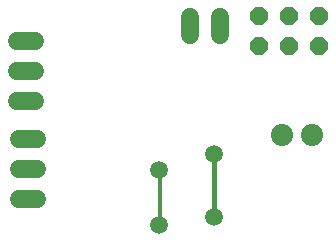
<source format=gbr>
G04 EAGLE Gerber X2 export*
%TF.Part,Single*%
%TF.FileFunction,Copper,L1,Top,Mixed*%
%TF.FilePolarity,Positive*%
%TF.GenerationSoftware,Autodesk,EAGLE,9.2.2*%
%TF.CreationDate,2020-03-12T07:58:02Z*%
G75*
%MOMM*%
%FSLAX34Y34*%
%LPD*%
%INTop Copper*%
%AMOC8*
5,1,8,0,0,1.08239X$1,22.5*%
G01*
%ADD10C,1.875000*%
%ADD11C,1.524000*%
%ADD12P,1.649562X8X202.500000*%
%ADD13C,1.500000*%
%ADD14C,0.300000*%
%ADD15C,0.400000*%


D10*
X436118Y547116D03*
X461518Y547116D03*
D11*
X227330Y575310D02*
X212090Y575310D01*
X212090Y600710D02*
X227330Y600710D01*
X227330Y626110D02*
X212090Y626110D01*
X213360Y543560D02*
X228600Y543560D01*
X228600Y518160D02*
X213360Y518160D01*
X213360Y492760D02*
X228600Y492760D01*
D12*
X467614Y647700D03*
X467614Y622300D03*
X442214Y647700D03*
X442214Y622300D03*
X416814Y647700D03*
X416814Y622300D03*
D11*
X358902Y631444D02*
X358902Y646684D01*
X384302Y646684D02*
X384302Y631444D01*
D13*
X332486Y516890D03*
D14*
X332740Y516636D01*
X332740Y470916D01*
X331978Y470154D01*
D13*
X331978Y470154D03*
X378460Y530860D03*
D15*
X378968Y530352D01*
X378968Y477520D01*
D13*
X378968Y477520D03*
M02*

</source>
